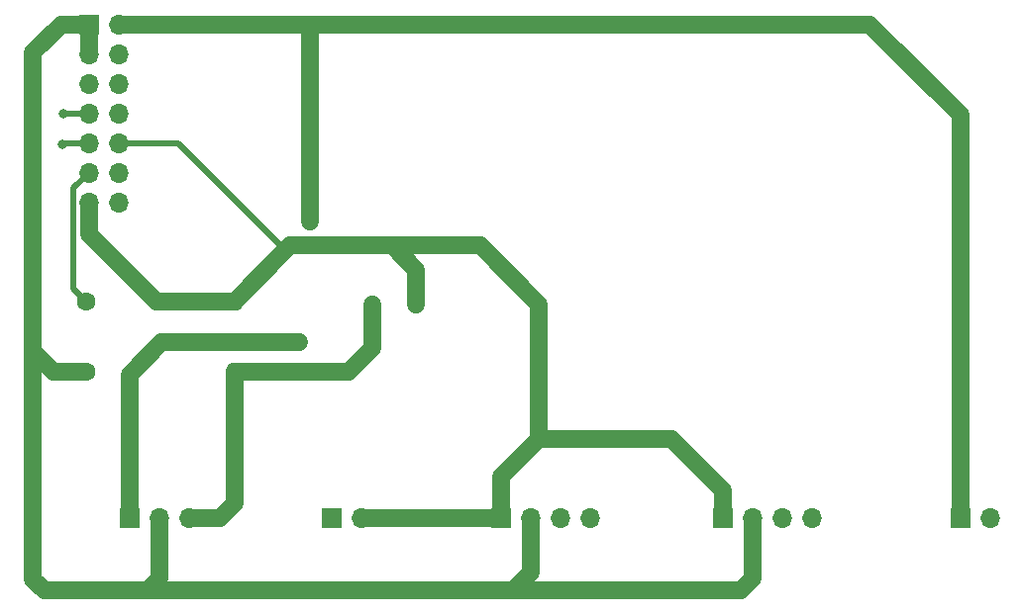
<source format=gbr>
G04 #@! TF.GenerationSoftware,KiCad,Pcbnew,(5.1.4)-1*
G04 #@! TF.CreationDate,2019-08-22T22:42:16+09:00*
G04 #@! TF.ProjectId,kagisys_shield,6b616769-7379-4735-9f73-6869656c642e,rev?*
G04 #@! TF.SameCoordinates,Original*
G04 #@! TF.FileFunction,Copper,L2,Bot*
G04 #@! TF.FilePolarity,Positive*
%FSLAX46Y46*%
G04 Gerber Fmt 4.6, Leading zero omitted, Abs format (unit mm)*
G04 Created by KiCad (PCBNEW (5.1.4)-1) date 2019-08-22 22:42:16*
%MOMM*%
%LPD*%
G04 APERTURE LIST*
%ADD10R,1.700000X1.700000*%
%ADD11O,1.700000X1.700000*%
%ADD12O,1.600000X1.600000*%
%ADD13C,1.600000*%
%ADD14C,1.500000*%
%ADD15C,0.800000*%
%ADD16C,1.500000*%
%ADD17C,0.500000*%
G04 APERTURE END LIST*
D10*
X140000000Y-99000000D03*
D11*
X142540000Y-99000000D03*
X145080000Y-99000000D03*
X147620000Y-99000000D03*
D10*
X108250000Y-99000000D03*
D11*
X110790000Y-99000000D03*
X113330000Y-99000000D03*
D10*
X125500000Y-99000000D03*
D11*
X128040000Y-99000000D03*
X181790000Y-99000000D03*
D10*
X179250000Y-99000000D03*
D11*
X166620000Y-99000000D03*
X164080000Y-99000000D03*
X161540000Y-99000000D03*
D10*
X159000000Y-99000000D03*
X104750000Y-56750000D03*
D11*
X107290000Y-56750000D03*
X104750000Y-59290000D03*
X107290000Y-59290000D03*
X104750000Y-61830000D03*
X107290000Y-61830000D03*
X104750000Y-64370000D03*
X107290000Y-64370000D03*
X104750000Y-66910000D03*
X107290000Y-66910000D03*
X104750000Y-69450000D03*
X107290000Y-69450000D03*
X104750000Y-71990000D03*
X107290000Y-71990000D03*
D12*
X117200000Y-80500000D03*
D13*
X104500000Y-80500000D03*
X104500000Y-86500000D03*
D12*
X117200000Y-86500000D03*
D14*
X132750000Y-80750000D03*
D15*
X102547200Y-64370000D03*
X102468300Y-67010200D03*
D14*
X123635000Y-73635000D03*
X122750000Y-84000000D03*
X129000000Y-80750000D03*
D16*
X104750000Y-59290000D02*
X104750000Y-56750000D01*
X141000000Y-105250000D02*
X160500000Y-105250000D01*
X160500000Y-105250000D02*
X161540000Y-104210000D01*
X161540000Y-104210000D02*
X161540000Y-99000000D01*
X141000000Y-105250000D02*
X142540000Y-103710000D01*
X142540000Y-103710000D02*
X142540000Y-99000000D01*
X109750000Y-105250000D02*
X141000000Y-105250000D01*
X109750000Y-105250000D02*
X110790000Y-104210000D01*
X110790000Y-104210000D02*
X110790000Y-99000000D01*
X100000000Y-84750000D02*
X100000000Y-104250000D01*
X100000000Y-104250000D02*
X101000000Y-105250000D01*
X101000000Y-105250000D02*
X109750000Y-105250000D01*
X100000000Y-84750000D02*
X101750000Y-86500000D01*
X101750000Y-86500000D02*
X104500000Y-86500000D01*
X104750000Y-56750000D02*
X102400000Y-56750000D01*
X102400000Y-56750000D02*
X100000000Y-59150000D01*
X100000000Y-59150000D02*
X100000000Y-84750000D01*
D17*
X108640000Y-66910000D02*
X112387600Y-66910000D01*
X112387600Y-66910000D02*
X121588800Y-76111200D01*
X107290000Y-66910000D02*
X108640000Y-66910000D01*
D16*
X121588800Y-76111200D02*
X122000000Y-75700000D01*
X122000000Y-75700000D02*
X130700000Y-75700000D01*
X117200000Y-80500000D02*
X121588800Y-76111200D01*
X104750000Y-71990000D02*
X104750000Y-74750000D01*
X104750000Y-74750000D02*
X110500000Y-80500000D01*
X110500000Y-80500000D02*
X117200000Y-80500000D01*
X130700000Y-75700000D02*
X138200000Y-75700000D01*
X138200000Y-75700000D02*
X143250000Y-80750000D01*
X143250000Y-80750000D02*
X143250000Y-92250000D01*
X132750000Y-80750000D02*
X132750000Y-77750000D01*
X132750000Y-77750000D02*
X130700000Y-75700000D01*
X143250000Y-92250000D02*
X140000000Y-95500000D01*
X140000000Y-95500000D02*
X140000000Y-99000000D01*
X159000000Y-99000000D02*
X159000000Y-96650000D01*
X159000000Y-96650000D02*
X154600000Y-92250000D01*
X154600000Y-92250000D02*
X143250000Y-92250000D01*
X140000000Y-99000000D02*
X128040000Y-99000000D01*
D17*
X104750000Y-64370000D02*
X102547200Y-64370000D01*
X104750000Y-66910000D02*
X102568500Y-66910000D01*
X102568500Y-66910000D02*
X102468300Y-67010200D01*
X104750000Y-69450000D02*
X103428800Y-70771200D01*
X103428800Y-70771200D02*
X103428800Y-79428800D01*
X103428800Y-79428800D02*
X104500000Y-80500000D01*
D16*
X123500000Y-56750000D02*
X107290000Y-56750000D01*
X179250000Y-99000000D02*
X179250000Y-64500000D01*
X179250000Y-64500000D02*
X171500000Y-56750000D01*
X171500000Y-56750000D02*
X123500000Y-56750000D01*
X123635000Y-73635000D02*
X123635000Y-56885000D01*
X123635000Y-56885000D02*
X123500000Y-56750000D01*
X108250000Y-99000000D02*
X108250000Y-86750000D01*
X108250000Y-86750000D02*
X111000000Y-84000000D01*
X111000000Y-84000000D02*
X122750000Y-84000000D01*
X117200000Y-86500000D02*
X127000000Y-86500000D01*
X127000000Y-86500000D02*
X129000000Y-84500000D01*
X129000000Y-84500000D02*
X129000000Y-80750000D01*
X117200000Y-86500000D02*
X117200000Y-97800000D01*
X117200000Y-97800000D02*
X116000000Y-99000000D01*
X116000000Y-99000000D02*
X113330000Y-99000000D01*
M02*

</source>
